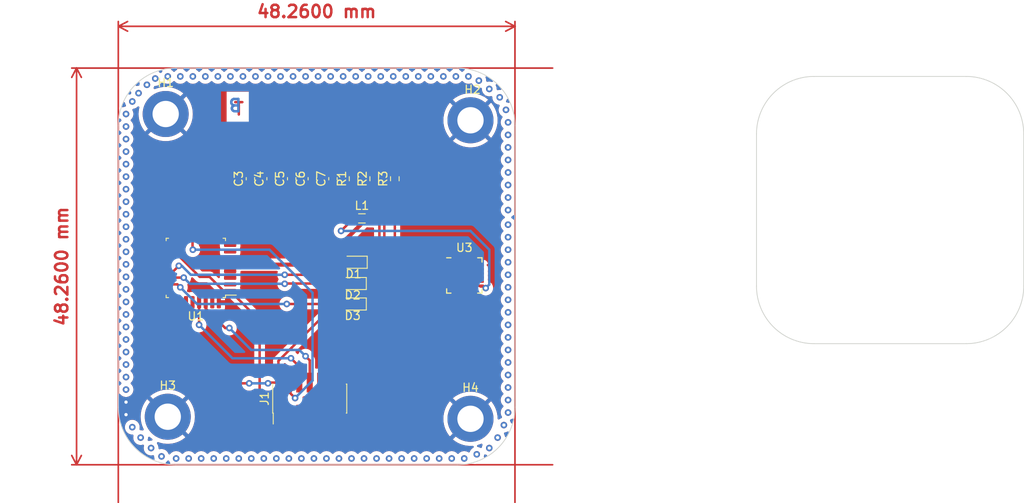
<source format=kicad_pcb>
(kicad_pcb (version 20221018) (generator pcbnew)
  (layers (0 "F.Cu" signal) (31 "B.Cu" signal) (34 "B.Paste" user) (35 "F.Paste" user) (36 "B.SilkS" user "B.Silkscreen") (37 "F.SilkS" user "F.Silkscreen") (38 "B.Mask" user) (39 "F.Mask" user) (44 "Edge.Cuts" user))
  (net 0 "")
  (net 1 "+3.3V")
  (net 2 "GND")
  (net 3 "+3.3VA")
  (net 4 "Net-(D1-K)")
  (net 5 "LED_PWR")
  (net 6 "Net-(D2-K)")
  (net 7 "LED_USER1")
  (net 8 "Net-(D3-K)")
  (net 9 "LED_USER2")
  (net 11 "SDA")
  (net 12 "SCL")
  (net 13 "BOUTON_USR")
  (net 14 "BOUTON_RESET")
  (footprint "Resistor_SMD:R_0603_1608Metric_Pad0.98x0.95mm_HandSolder" (layer "F.Cu") (at 183.642 69.342 90)
    (fp_text reference "R1" (at 0 -1.43 90) (layer "F.SilkS"))
    (fp_text value "1k")
    (fp_line (start -0.254724 -0.5225) (end 0.254724 -0.5225) (stroke (width 0.12)) (layer "F.SilkS"))
    (fp_line (start -0.254724 0.5225) (end 0.254724 0.5225) (stroke (width 0.12)) (layer "F.SilkS"))
    (pad "1" smd roundrect (at -0.9125 0 90) (size 0.975 0.95) (layers "F.Cu" "F.Paste" "F.Mask") (net 4 "Net-(D1-K)"))
    (pad "2" smd roundrect (at 0.9125 0 90) (size 0.975 0.95) (layers "F.Cu" "F.Paste" "F.Mask") (net 2 "GND"))
  )
  (footprint "Sensor_Motion:InvenSense_QFN-24_4x4mm_P0.5mm" (layer "F.Cu") (at 197.116 81.108)
    (fp_text reference "U3" (at 0 -3.375) (layer "F.SilkS"))
    (fp_text value "MPU-6050")
    (fp_line (start -2.15 -2.15) (end -1.625 -2.15) (stroke (width 0.15)) (layer "F.SilkS"))
    (fp_line (start -2.15 2.15) (end -2.15 1.625) (stroke (width 0.15)) (layer "F.SilkS"))
    (fp_line (start -2.15 2.15) (end -1.625 2.15) (stroke (width 0.15)) (layer "F.SilkS"))
    (fp_line (start 2.15 -2.15) (end 1.625 -2.15) (stroke (width 0.15)) (layer "F.SilkS"))
    (fp_line (start 2.15 -2.15) (end 2.15 -1.625) (stroke (width 0.15)) (layer "F.SilkS"))
    (fp_line (start 2.15 2.15) (end 1.625 2.15) (stroke (width 0.15)) (layer "F.SilkS"))
    (fp_line (start 2.15 2.15) (end 2.15 1.625) (stroke (width 0.15)) (layer "F.SilkS"))
    (pad "1" smd roundrect (at -1.95 -1.25) (size 0.85 0.3) (layers "F.Cu" "F.Paste" "F.Mask"))
    (pad "2" smd roundrect (at -1.95 -0.75) (size 0.85 0.3) (layers "F.Cu" "F.Paste" "F.Mask"))
    (pad "3" smd roundrect (at -1.95 -0.25) (size 0.85 0.3) (layers "F.Cu" "F.Paste" "F.Mask"))
    (pad "4" smd roundrect (at -1.95 0.25) (size 0.85 0.3) (layers "F.Cu" "F.Paste" "F.Mask"))
    (pad "5" smd roundrect (at -1.95 0.75) (size 0.85 0.3) (layers "F.Cu" "F.Paste" "F.Mask"))
    (pad "6" smd roundrect (at -1.95 1.25) (size 0.85 0.3) (layers "F.Cu" "F.Paste" "F.Mask"))
    (pad "7" smd roundrect (at -1.25 1.95 90) (size 0.85 0.3) (layers "F.Cu" "F.Paste" "F.Mask"))
    (pad "8" smd roundrect (at -0.75 1.95 90) (size 0.85 0.3) (layers "F.Cu" "F.Paste" "F.Mask"))
    (pad "9" smd roundrect (at -0.25 1.95 90) (size 0.85 0.3) (layers "F.Cu" "F.Paste" "F.Mask"))
    (pad "10" smd roundrect (at 0.25 1.95 90) (size 0.85 0.3) (layers "F.Cu" "F.Paste" "F.Mask"))
    (pad "11" smd roundrect (at 0.75 1.95 90) (size 0.85 0.3) (layers "F.Cu" "F.Paste" "F.Mask"))
    (pad "12" smd roundrect (at 1.25 1.95 90) (size 0.85 0.3) (layers "F.Cu" "F.Paste" "F.Mask"))
    (pad "13" smd roundrect (at 1.95 1.25) (size 0.85 0.3) (layers "F.Cu" "F.Paste" "F.Mask") (net 1 "+3.3V"))
    (pad "14" smd roundrect (at 1.95 0.75) (size 0.85 0.3) (layers "F.Cu" "F.Paste" "F.Mask"))
    (pad "15" smd roundrect (at 1.95 0.25) (size 0.85 0.3) (layers "F.Cu" "F.Paste" "F.Mask"))
    (pad "16" smd roundrect (at 1.95 -0.25) (size 0.85 0.3) (layers "F.Cu" "F.Paste" "F.Mask"))
    (pad "17" smd roundrect (at 1.95 -0.75) (size 0.85 0.3) (layers "F.Cu" "F.Paste" "F.Mask"))
    (pad "18" smd roundrect (at 1.95 -1.25) (size 0.85 0.3) (layers "F.Cu" "F.Paste" "F.Mask") (net 2 "GND"))
    (pad "19" smd roundrect (at 1.25 -1.95 90) (size 0.85 0.3) (layers "F.Cu" "F.Paste" "F.Mask"))
    (pad "20" smd roundrect (at 0.75 -1.95 90) (size 0.85 0.3) (layers "F.Cu" "F.Paste" "F.Mask"))
    (pad "21" smd roundrect (at 0.25 -1.95 90) (size 0.85 0.3) (layers "F.Cu" "F.Paste" "F.Mask"))
    (pad "22" smd roundrect (at -0.25 -1.95 90) (size 0.85 0.3) (layers "F.Cu" "F.Paste" "F.Mask"))
    (pad "23" smd roundrect (at -0.75 -1.95 90) (size 0.85 0.3) (layers "F.Cu" "F.Paste" "F.Mask") (net 12 "SCL"))
    (pad "24" smd roundrect (at -1.25 -1.95 90) (size 0.85 0.3) (layers "F.Cu" "F.Paste" "F.Mask") (net 11 "SDA"))
    (zone (net 0) (net_name "") (layer "F.Cu") (connect_pads (clearance 0)) (min_thickness 0.254)
      (keepout (tracks not_allowed) (vias not_allowed) (pads not_allowed) (copperpour not_allowed) (footprints allowed))
      (fill (thermal_gap 0.508) (thermal_bridge_width 0.508))
      (polygon (pts (xy 195.741 79.783) (xy 198.491 79.783) (xy 198.491 82.433) (xy 195.741 82.433)))
    )
  )
  (footprint "MountingHole:MountingHole_3.2mm_M3_DIN965_Pad" (layer "F.Cu") (at 160.782 61.468)
    (fp_text reference "H1" (at 0 -3.8) (layer "F.SilkS"))
    (fp_text value "MountingHole_Pad")
    (pad "1" thru_hole circle (at 0 0) (size 5.6 5.6) (drill 3.2) (layers "*.Cu" "*.Mask") (net 2 "GND"))
  )
  (footprint "Resistor_SMD:R_0603_1608Metric_Pad0.98x0.95mm_HandSolder" (layer "F.Cu") (at 186.152 69.342 90)
    (fp_text reference "R2" (at 0 -1.43 90) (layer "F.SilkS"))
    (fp_text value "1k")
    (fp_line (start -0.254724 -0.5225) (end 0.254724 -0.5225) (stroke (width 0.12)) (layer "F.SilkS"))
    (fp_line (start -0.254724 0.5225) (end 0.254724 0.5225) (stroke (width 0.12)) (layer "F.SilkS"))
    (pad "1" smd roundrect (at -0.9125 0 90) (size 0.975 0.95) (layers "F.Cu" "F.Paste" "F.Mask") (net 6 "Net-(D2-K)"))
    (pad "2" smd roundrect (at 0.9125 0 90) (size 0.975 0.95) (layers "F.Cu" "F.Paste" "F.Mask") (net 2 "GND"))
  )
  (footprint "Capacitor_SMD:C_0603_1608Metric_Pad1.08x0.95mm_HandSolder" (layer "F.Cu") (at 178.622 69.342 90)
    (fp_text reference "C6" (at 0 -1.43 90) (layer "F.SilkS"))
    (fp_text value "1u")
    (fp_line (start -0.146267 -0.51) (end 0.146267 -0.51) (stroke (width 0.12)) (layer "F.SilkS"))
    (fp_line (start -0.146267 0.51) (end 0.146267 0.51) (stroke (width 0.12)) (layer "F.SilkS"))
    (pad "1" smd roundrect (at -0.8625 0 90) (size 1.075 0.95) (layers "F.Cu" "F.Paste" "F.Mask") (net 3 "+3.3VA"))
    (pad "2" smd roundrect (at 0.8625 0 90) (size 1.075 0.95) (layers "F.Cu" "F.Paste" "F.Mask") (net 2 "GND"))
  )
  (footprint "Package_QFP:LQFP-32_7x7mm_P0.8mm" (layer "F.Cu") (at 164.449 80.194 180)
    (fp_text reference "U1" (at 0 -5.88) (layer "F.SilkS"))
    (fp_text value "STM32L412KBTx")
    (fp_line (start -3.61 -3.61) (end -3.61 -3.31) (stroke (width 0.12)) (layer "F.SilkS"))
    (fp_line (start -3.61 -3.31) (end -4.925 -3.31) (stroke (width 0.12)) (layer "F.SilkS"))
    (fp_line (start -3.61 3.61) (end -3.61 3.31) (stroke (width 0.12)) (layer "F.SilkS"))
    (fp_line (start -3.31 -3.61) (end -3.61 -3.61) (stroke (width 0.12)) (layer "F.SilkS"))
    (fp_line (start -3.31 3.61) (end -3.61 3.61) (stroke (width 0.12)) (layer "F.SilkS"))
    (fp_line (start 3.31 -3.61) (end 3.61 -3.61) (stroke (width 0.12)) (layer "F.SilkS"))
    (fp_line (start 3.31 3.61) (end 3.61 3.61) (stroke (width 0.12)) (layer "F.SilkS"))
    (fp_line (start 3.61 -3.61) (end 3.61 -3.31) (stroke (width 0.12)) (layer "F.SilkS"))
    (fp_line (start 3.61 3.61) (end 3.61 3.31) (stroke (width 0.12)) (layer "F.SilkS"))
    (pad "1" smd roundrect (at -4.175 -2.8 180) (size 1.5 0.5) (layers "F.Cu" "F.Paste" "F.Mask") (net 1 "+3.3V"))
    (pad "2" smd roundrect (at -4.175 -2 180) (size 1.5 0.5) (layers "F.Cu" "F.Paste" "F.Mask"))
    (pad "3" smd roundrect (at -4.175 -1.2 180) (size 1.5 0.5) (layers "F.Cu" "F.Paste" "F.Mask"))
    (pad "4" smd roundrect (at -4.175 -0.4 180) (size 1.5 0.5) (layers "F.Cu" "F.Paste" "F.Mask"))
    (pad "5" smd roundrect (at -4.175 0.4 180) (size 1.5 0.5) (layers "F.Cu" "F.Paste" "F.Mask") (net 3 "+3.3VA"))
    (pad "6" smd roundrect (at -4.175 1.2 180) (size 1.5 0.5) (layers "F.Cu" "F.Paste" "F.Mask"))
    (pad "7" smd roundrect (at -4.175 2 180) (size 1.5 0.5) (layers "F.Cu" "F.Paste" "F.Mask"))
    (pad "8" smd roundrect (at -4.175 2.8 180) (size 1.5 0.5) (layers "F.Cu" "F.Paste" "F.Mask"))
    (pad "9" smd roundrect (at -2.8 4.175 180) (size 0.5 1.5) (layers "F.Cu" "F.Paste" "F.Mask"))
    (pad "10" smd roundrect (at -2 4.175 180) (size 0.5 1.5) (layers "F.Cu" "F.Paste" "F.Mask"))
    (pad "11" smd roundrect (at -1.2 4.175 180) (size 0.5 1.5) (layers "F.Cu" "F.Paste" "F.Mask"))
    (pad "12" smd roundrect (at -0.4 4.175 180) (size 0.5 1.5) (layers "F.Cu" "F.Paste" "F.Mask"))
    (pad "13" smd roundrect (at 0.4 4.175 180) (size 0.5 1.5) (layers "F.Cu" "F.Paste" "F.Mask") (net 12 "SCL"))
    (pad "14" smd roundrect (at 1.2 4.175 180) (size 0.5 1.5) (layers "F.Cu" "F.Paste" "F.Mask"))
    (pad "15" smd roundrect (at 2 4.175 180) (size 0.5 1.5) (layers "F.Cu" "F.Paste" "F.Mask"))
    (pad "16" smd roundrect (at 2.8 4.175 180) (size 0.5 1.5) (layers "F.Cu" "F.Paste" "F.Mask") (net 2 "GND"))
    (pad "17" smd roundrect (at 4.175 2.8 180) (size 1.5 0.5) (layers "F.Cu" "F.Paste" "F.Mask") (net 1 "+3.3V"))
    (pad "18" smd roundrect (at 4.175 2 180) (size 1.5 0.5) (layers "F.Cu" "F.Paste" "F.Mask"))
    (pad "19" smd roundrect (at 4.175 1.2 180) (size 1.5 0.5) (layers "F.Cu" "F.Paste" "F.Mask"))
    (pad "20" smd roundrect (at 4.175 0.4 180) (size 1.5 0.5) (layers "F.Cu" "F.Paste" "F.Mask") (net 11 "SDA"))
    (pad "21" smd roundrect (at 4.175 -0.4 180) (size 1.5 0.5) (layers "F.Cu" "F.Paste" "F.Mask") (net 5 "LED_PWR"))
    (pad "22" smd roundrect (at 4.175 -1.2 180) (size 1.5 0.5) (layers "F.Cu" "F.Paste" "F.Mask") (net 7 "LED_USER1"))
    (pad "23" smd roundrect (at 4.175 -2 180) (size 1.5 0.5) (layers "F.Cu" "F.Paste" "F.Mask") (net 9 "LED_USER2"))
    (pad "24" smd roundrect (at 4.175 -2.8 180) (size 1.5 0.5) (layers "F.Cu" "F.Paste" "F.Mask"))
    (pad "25" smd roundrect (at 2.8 -4.175 180) (size 0.5 1.5) (layers "F.Cu" "F.Paste" "F.Mask"))
    (pad "26" smd roundrect (at 2 -4.175 180) (size 0.5 1.5) (layers "F.Cu" "F.Paste" "F.Mask"))
    (pad "27" smd roundrect (at 1.2 -4.175 180) (size 0.5 1.5) (layers "F.Cu" "F.Paste" "F.Mask"))
    (pad "28" smd roundrect (at 0.4 -4.175 180) (size 0.5 1.5) (layers "F.Cu" "F.Paste" "F.Mask"))
    (pad "29" smd roundrect (at -0.4 -4.175 180) (size 0.5 1.5) (layers "F.Cu" "F.Paste" "F.Mask") (net 13 "BOUTON_USR"))
    (pad "30" smd roundrect (at -1.2 -4.175 180) (size 0.5 1.5) (layers "F.Cu" "F.Paste" "F.Mask") (net 14 "BOUTON_RESET"))
    (pad "31" smd roundrect (at -2 -4.175 180) (size 0.5 1.5) (layers "F.Cu" "F.Paste" "F.Mask"))
    (pad "32" smd roundrect (at -2.8 -4.175 180) (size 0.5 1.5) (layers "F.Cu" "F.Paste" "F.Mask") (net 2 "GND"))
  )
  (footprint "LED_SMD:LED_0603_1608Metric_Pad1.05x0.95mm_HandSolder" (layer "F.Cu") (at 183.529 84.582 180)
    (fp_text reference "D3" (at 0 -1.43) (layer "F.SilkS"))
    (fp_text value "LED_Small")
    (fp_line (start -1.66 -0.735) (end -1.66 0.735) (stroke (width 0.12)) (layer "F.SilkS"))
    (fp_line (start -1.66 0.735) (end 0.8 0.735) (stroke (width 0.12)) (layer "F.SilkS"))
    (fp_line (start 0.8 -0.735) (end -1.66 -0.735) (stroke (width 0.12)) (layer "F.SilkS"))
    (pad "1" smd roundrect (at -0.875 0 180) (size 1.05 0.95) (layers "F.Cu" "F.Paste" "F.Mask") (net 8 "Net-(D3-K)"))
    (pad "2" smd roundrect (at 0.875 0 180) (size 1.05 0.95) (layers "F.Cu" "F.Paste" "F.Mask") (net 9 "LED_USER2"))
  )
  (footprint "Resistor_SMD:R_0603_1608Metric_Pad0.98x0.95mm_HandSolder" (layer "F.Cu") (at 188.662 69.342 90)
    (fp_text reference "R3" (at 0 -1.43 90) (layer "F.SilkS"))
    (fp_text value "1k")
    (fp_line (start -0.254724 -0.5225) (end 0.254724 -0.5225) (stroke (width 0.12)) (layer "F.SilkS"))
    (fp_line (start -0.254724 0.5225) (end 0.254724 0.5225) (stroke (width 0.12)) (layer "F.SilkS"))
    (pad "1" smd roundrect (at -0.9125 0 90) (size 0.975 0.95) (layers "F.Cu" "F.Paste" "F.Mask") (net 8 "Net-(D3-K)"))
    (pad "2" smd roundrect (at 0.9125 0 90) (size 0.975 0.95) (layers "F.Cu" "F.Paste" "F.Mask") (net 2 "GND"))
  )
  (footprint "LED_SMD:LED_0603_1608Metric_Pad1.05x0.95mm_HandSolder" (layer "F.Cu") (at 183.529 82.092 180)
    (fp_text reference "D2" (at 0 -1.43) (layer "F.SilkS"))
    (fp_text value "LED_Small")
    (fp_line (start -1.66 -0.735) (end -1.66 0.735) (stroke (width 0.12)) (layer "F.SilkS"))
    (fp_line (start -1.66 0.735) (end 0.8 0.735) (stroke (width 0.12)) (layer "F.SilkS"))
    (fp_line (start 0.8 -0.735) (end -1.66 -0.735) (stroke (width 0.12)) (layer "F.SilkS"))
    (pad "1" smd roundrect (at -0.875 0 180) (size 1.05 0.95) (layers "F.Cu" "F.Paste" "F.Mask") (net 6 "Net-(D2-K)"))
    (pad "2" smd roundrect (at 0.875 0 180) (size 1.05 0.95) (layers "F.Cu" "F.Paste" "F.Mask") (net 7 "LED_USER1"))
  )
  (footprint "Capacitor_SMD:C_0603_1608Metric_Pad1.08x0.95mm_HandSolder" (layer "F.Cu") (at 181.132 69.342 90)
    (fp_text reference "C7" (at 0 -1.43 90) (layer "F.SilkS"))
    (fp_text value "10n")
    (fp_line (start -0.146267 -0.51) (end 0.146267 -0.51) (stroke (width 0.12)) (layer "F.SilkS"))
    (fp_line (start -0.146267 0.51) (end 0.146267 0.51) (stroke (width 0.12)) (layer "F.SilkS"))
    (pad "1" smd roundrect (at -0.8625 0 90) (size 1.075 0.95) (layers "F.Cu" "F.Paste" "F.Mask") (net 3 "+3.3VA"))
    (pad "2" smd roundrect (at 0.8625 0 90) (size 1.075 0.95) (layers "F.Cu" "F.Paste" "F.Mask") (net 2 "GND"))
  )
  (footprint "MountingHole:MountingHole_3.2mm_M3_DIN965_Pad" (layer "F.Cu") (at 161.036 98.298)
    (fp_text reference "H3" (at 0 -3.8) (layer "F.SilkS"))
    (fp_text value "MountingHole_Pad")
    (pad "1" thru_hole circle (at 0 0) (size 5.6 5.6) (drill 3.2) (layers "*.Cu" "*.Mask") (net 2 "GND"))
  )
  (footprint "Capacitor_SMD:C_0603_1608Metric_Pad1.08x0.95mm_HandSolder" (layer "F.Cu") (at 171.092 69.342 90)
    (fp_text reference "C3" (at 0 -1.43 90) (layer "F.SilkS"))
    (fp_text value "4u7")
    (fp_line (start -0.146267 -0.51) (end 0.146267 -0.51) (stroke (width 0.12)) (layer "F.SilkS"))
    (fp_line (start -0.146267 0.51) (end 0.146267 0.51) (stroke (width 0.12)) (layer "F.SilkS"))
    (pad "1" smd roundrect (at -0.8625 0 90) (size 1.075 0.95) (layers "F.Cu" "F.Paste" "F.Mask") (net 1 "+3.3V"))
    (pad "2" smd roundrect (at 0.8625 0 90) (size 1.075 0.95) (layers "F.Cu" "F.Paste" "F.Mask") (net 2 "GND"))
  )
  (footprint "LED_SMD:LED_0603_1608Metric_Pad1.05x0.95mm_HandSolder" (layer "F.Cu") (at 183.642 79.502 180)
    (fp_text reference "D1" (at 0 -1.43) (layer "F.SilkS"))
    (fp_text value "LED_Small")
    (fp_line (start -1.66 -0.735) (end -1.66 0.735) (stroke (width 0.12)) (layer "F.SilkS"))
    (fp_line (start -1.66 0.735) (end 0.8 0.735) (stroke (width 0.12)) (layer "F.SilkS"))
    (fp_line (start 0.8 -0.735) (end -1.66 -0.735) (stroke (width 0.12)) (layer "F.SilkS"))
    (pad "1" smd roundrect (at -0.875 0 180) (size 1.05 0.95) (layers "F.Cu" "F.Paste" "F.Mask") (net 4 "Net-(D1-K)"))
    (pad "2" smd roundrect (at 0.875 0 180) (size 1.05 0.95) (layers "F.Cu" "F.Paste" "F.Mask") (net 5 "LED_PWR"))
  )
  (footprint "Inductor_SMD:L_0805_2012Metric_Pad1.05x1.20mm_HandSolder" (layer "F.Cu") (at 184.658 74.168)
    (fp_text reference "L1" (at 0 -1.55) (layer "F.SilkS"))
    (fp_text value "39n")
    (fp_line (start -0.410242 -0.56) (end 0.410242 -0.56) (stroke (width 0.12)) (layer "F.SilkS"))
    (fp_line (start -0.410242 0.56) (end 0.410242 0.56) (stroke (width 0.12)) (layer "F.SilkS"))
    (pad "1" smd roundrect (at -1.15 0) (size 1.05 1.2) (layers "F.Cu" "F.Paste" "F.Mask") (roundrect_rratio 0.238095) (net 1 "+3.3V"))
    (pad "2" smd roundrect (at 1.15 0) (size 1.05 1.2) (layers "F.Cu" "F.Paste" "F.Mask") (roundrect_rratio 0.238095) (net 3 "+3.3VA"))
  )
  (footprint "MountingHole:MountingHole_3.2mm_M3_DIN965_Pad" (layer "F.Cu") (at 197.866 98.552)
    (fp_text reference "H4" (at 0 -3.8) (layer "F.SilkS"))
    (fp_text value "MountingHole_Pad")
    (pad "1" thru_hole circle (at 0 0) (size 5.6 5.6) (drill 3.2) (layers "*.Cu" "*.Mask") (net 2 "GND"))
  )
  (footprint "Capacitor_SMD:C_0603_1608Metric_Pad1.08x0.95mm_HandSolder" (layer "F.Cu") (at 173.602 69.342 90)
    (fp_text reference "C4" (at 0 -1.43 90) (layer "F.SilkS"))
    (fp_text value "100n")
    (fp_line (start -0.146267 -0.51) (end 0.146267 -0.51) (stroke (width 0.12)) (layer "F.SilkS"))
    (fp_line (start -0.146267 0.51) (end 0.146267 0.51) (stroke (width 0.12)) (layer "F.SilkS"))
    (pad "1" smd roundrect (at -0.8625 0 90) (size 1.075 0.95) (layers "F.Cu" "F.Paste" "F.Mask") (net 1 "+3.3V"))
    (pad "2" smd roundrect (at 0.8625 0 90) (size 1.075 0.95) (layers "F.Cu" "F.Paste" "F.Mask") (net 2 "GND"))
  )
  (footprint "Connector_PinHeader_1.27mm:PinHeader_2x07_P1.27mm_Vertical_SMD" (layer "F.Cu") (at 178.308 96.094 90)
    (fp_text reference "J1" (at 0 -5.505 90) (layer "F.SilkS"))
    (fp_text value "Conn_02x07_Odd_Even")
    (fp_line (start -3.09 -4.44) (end -1.765 -4.44) (stroke (width 0.12)) (layer "F.SilkS"))
    (fp_line (start -1.765 -4.505) (end -1.765 -4.44) (stroke (width 0.12)) (layer "F.SilkS"))
    (fp_line (start -1.765 -4.505) (end 1.765 -4.505) (stroke (width 0.12)) (layer "F.SilkS"))
    (fp_line (start -1.765 4.44) (end -1.765 4.505) (stroke (width 0.12)) (layer "F.SilkS"))
    (fp_line (start -1.765 4.505) (end 1.765 4.505) (stroke (width 0.12)) (layer "F.SilkS"))
    (fp_line (start 1.765 -4.505) (end 1.765 -4.44) (stroke (width 0.12)) (layer "F.SilkS"))
    (fp_line (start 1.765 4.44) (end 1.765 4.505) (stroke (width 0.12)) (layer "F.SilkS"))
    (pad "1" smd rect (at -1.95 -3.81 90) (size 2.4 0.74) (layers "F.Cu" "F.Paste" "F.Mask"))
    (pad "2" smd rect (at 1.95 -3.81 90) (size 2.4 0.74) (layers "F.Cu" "F.Paste" "F.Mask") (net 11 "SDA"))
    (pad "3" smd rect (at -1.95 -2.54 90) (size 2.4 0.74) (layers "F.Cu" "F.Paste" "F.Mask") (net 1 "+3.3V"))
    (pad "4" smd rect (at 1.95 -2.54 90) (size 2.4 0.74) (layers "F.Cu" "F.Paste" "F.Mask") (net 12 "SCL"))
    (pad "5" smd rect (at -1.95 -1.27 90) (size 2.4 0.74) (layers "F.Cu" "F.Paste" "F.Mask") (net 2 "GND"))
    (pad "6" smd rect (at 1.95 -1.27 90) (size 2.4 0.74) (layers "F.Cu" "F.Paste" "F.Mask") (net 13 "BOUTON_USR"))
    (pad "7" smd rect (at -1.95 0 90) (size 2.4 0.74) (layers "F.Cu" "F.Paste" "F.Mask") (net 2 "GND"))
    (pad "8" smd rect (at 1.95 0 90) (size 2.4 0.74) (layers "F.Cu" "F.Paste" "F.Mask") (net 14 "BOUTON_RESET"))
    (pad "9" smd rect (at -1.95 1.27 90) (size 2.4 0.74) (layers "F.Cu" "F.Paste" "F.Mask"))
    (pad "10" smd rect (at 1.95 1.27 90) (size 2.4 0.74) (layers "F.Cu" "F.Paste" "F.Mask"))
    (pad "11" smd rect (at -1.95 2.54 90) (size 2.4 0.74) (layers "F.Cu" "F.Paste" "F.Mask") (net 2 "GND"))
    (pad "12" smd rect (at 1.95 2.54 90) (size 2.4 0.74) (layers "F.Cu" "F.Paste" "F.Mask"))
    (pad "13" smd rect (at -1.95 3.81 90) (size 2.4 0.74) (layers "F.Cu" "F.Paste" "F.Mask"))
    (pad "14" smd rect (at 1.95 3.81 90) (size 2.4 0.74) (layers "F.Cu" "F.Paste" "F.Mask"))
  )
  (footprint "Capacitor_SMD:C_0603_1608Metric_Pad1.08x0.95mm_HandSolder" (layer "F.Cu") (at 176.112 69.342 90)
    (fp_text reference "C5" (at 0 -1.43 90) (layer "F.SilkS"))
    (fp_text value "100n")
    (fp_line (start -0.146267 -0.51) (end 0.146267 -0.51) (stroke (width 0.12)) (layer "F.SilkS"))
    (fp_line (start -0.146267 0.51) (end 0.146267 0.51) (stroke (width 0.12)) (layer "F.SilkS"))
    (pad "1" smd roundrect (at -0.8625 0 90) (size 1.075 0.95) (layers "F.Cu" "F.Paste" "F.Mask") (net 1 "+3.3V"))
    (pad "2" smd roundrect (at 0.8625 0 90) (size 1.075 0.95) (layers "F.Cu" "F.Paste" "F.Mask") (net 2 "GND"))
  )
  (footprint "MountingHole:MountingHole_3.2mm_M3_DIN965_Pad" (layer "F.Cu") (at 197.866 62.23)
    (fp_text reference "H2" (at 0.254 -3.724) (layer "F.SilkS"))
    (fp_text value "MountingHole_Pad")
    (pad "1" thru_hole circle (at 0 0) (size 5.6 5.6) (drill 3.2) (layers "*.Cu" "*.Mask") (net 2 "GND"))
  )
  (gr_arc (start 155.01725 62.88) (mid 157.067503 57.930253) (end 162.01725 55.88) (stroke (width 0.1)) (layer "Edge.Cuts"))
  (gr_line (start 196.27725 104.14) (end 162.01725 104.14) (stroke (width 0.1)) (layer "Edge.Cuts"))
  (gr_line (start 155.01725 97.14) (end 155.01725 62.88) (stroke (width 0.1)) (layer "Edge.Cuts"))
  (gr_line (start 239.664 56.896) (end 258.176 56.896) (stroke (width 0.1)) (layer "Edge.Cuts"))
  (gr_line (start 203.27725 62.88) (end 203.27725 97.14) (stroke (width 0.1)) (layer "Edge.Cuts"))
  (gr_arc (start 203.27725 97.14) (mid 201.226997 102.089747) (end 196.27725 104.14) (stroke (width 0.1)) (layer "Edge.Cuts"))
  (gr_arc (start 258.176 56.896) (mid 263.125747 58.946253) (end 265.176 63.896) (stroke (width 0.1)) (layer "Edge.Cuts"))
  (gr_arc (start 232.664 63.896) (mid 234.714253 58.946253) (end 239.664 56.896) (stroke (width 0.1)) (layer "Edge.Cuts"))
  (gr_line (start 258.176 89.408) (end 239.664 89.408) (stroke (width 0.1)) (layer "Edge.Cuts"))
  (gr_line (start 162.01725 55.88) (end 196.27725 55.88) (stroke (width 0.1)) (layer "Edge.Cuts"))
  (gr_line (start 265.176 63.896) (end 265.176 82.408) (stroke (width 0.1)) (layer "Edge.Cuts"))
  (gr_arc (start 239.664 89.408) (mid 234.714253 87.357747) (end 232.664 82.408) (stroke (width 0.1)) (layer "Edge.Cuts"))
  (gr_arc (start 196.27725 55.88) (mid 201.226997 57.930253) (end 203.27725 62.88) (stroke (width 0.1)) (layer "Edge.Cuts"))
  (gr_line (start 232.664 82.408) (end 232.664 63.896) (stroke (width 0.1)) (layer "Edge.Cuts"))
  (gr_arc (start 162.01725 104.14) (mid 157.067503 102.089747) (end 155.01725 97.14) (stroke (width 0.1)) (layer "Edge.Cuts"))
  (gr_arc (start 265.176 82.408) (mid 263.125747 87.357747) (end 258.176 89.408) (stroke (width 0.1)) (layer "Edge.Cuts"))
  (gr_text "T" (at 168.91 61.722) (layer "F.Cu") (effects (font (size 1.5 1.5) (thickness 0.3) bold) (justify left bottom)))
  (gr_text "B" (at 170.18 59.436 180) (layer "B.Cu") (effects (font (size 1.5 1.5) (thickness 0.3) bold) (justify left bottom)))
  (dimension (type aligned) (layer "F.Cu") (pts (xy 208.35725 55.88) (xy 208.35725 104.14)) (height 58.42) (gr_text "48.2600 mm" (at 148.13725 80.01 90) (layer "F.Cu") (effects (font (size 1.5 1.5) (thickness 0.3)))) (format (prefix "") (suffix "") (units 3) (units_format 1) (precision 4)) (style (thickness 0.2) (arrow_length 1.27) (text_position_mode 0) (extension_height 0.58642) (extension_offset 0.5) keep_text_aligned))
  (dimension (type aligned) (layer "F.Cu") (pts (xy 155.01725 109.22) (xy 203.27725 109.22)) (height -58.42) (gr_text "48.2600 mm" (at 179.14725 49) (layer "F.Cu") (effects (font (size 1.5 1.5) (thickness 0.3)))) (format (prefix "") (suffix "") (units 3) (units_format 1) (precision 4)) (style (thickness 0.2) (arrow_length 1.27) (text_position_mode 0) (extension_height 0.58642) (extension_offset 0.5) keep_text_aligned))
  (via (at 202.438 64.008) (size 0.8) (drill 0.4) (layers "F.Cu" "B.Cu") (net 0))
  (via (at 155.956 81.28) (size 0.8) (drill 0.4) (layers "F.Cu" "B.Cu") (net 0))
  (via (at 176.276 56.896) (size 0.8) (drill 0.4) (layers "F.Cu" "B.Cu") (net 0))
  (via (at 155.956 90.424) (size 0.8) (drill 0.4) (layers "F.Cu" "B.Cu") (net 0))
  (via (at 155.956 76.708) (size 0.8) (drill 0.4) (layers "F.Cu" "B.Cu") (net 0))
  (via (at 155.956 78.232) (size 0.8) (drill 0.4) (layers "F.Cu" "B.Cu") (net 0))
  (via (at 196.088 56.896) (size 0.8) (drill 0.4) (layers "F.Cu" "B.Cu") (net 0))
  (via (at 155.956 73.66) (size 0.8) (drill 0.4) (layers "F.Cu" "B.Cu") (net 0))
  (via (at 182.372 56.896) (size 0.8) (drill 0.4) (layers "F.Cu" "B.Cu") (net 0))
  (via (at 158.496 57.912) (size 0.8) (drill 0.4) (layers "F.Cu" "B.Cu") (net 0))
  (via (at 155.956 66.04) (size 0.8) (drill 0.4) (layers "F.Cu" "B.Cu") (net 0))
  (via (at 156.718 59.944) (size 0.8) (drill 0.4) (layers "F.Cu" "B.Cu") (net 0))
  (via (at 186.944 56.896) (size 0.8) (drill 0.4) (layers "F.Cu" "B.Cu") (net 0))
  (via (at 198.628 102.87) (size 0.8) (drill 0.4) (layers "F.Cu" "B.Cu") (net 0))
  (via (at 202.438 81.026) (size 0.8) (drill 0.4) (layers "F.Cu" "B.Cu") (net 0))
  (via (at 155.956 82.804) (size 0.8) (drill 0.4) (layers "F.Cu" "B.Cu") (net 0))
  (via (at 155.956 69.088) (size 0.8) (drill 0.4) (layers "F.Cu" "B.Cu") (net 0))
  (via (at 202.438 76.454) (size 0.8) (drill 0.4) (layers "F.Cu" "B.Cu") (net 0))
  (via (at 183.896 56.896) (size 0.8) (drill 0.4) (layers "F.Cu" "B.Cu") (net 0))
  (via (at 155.956 70.612) (size 0.8) (drill 0.4) (layers "F.Cu" "B.Cu") (net 0))
  (via (at 180.848 56.896) (size 0.8) (drill 0.4) (layers "F.Cu" "B.Cu") (net 0))
  (via (at 163.576 103.378) (size 0.8) (drill 0.4) (layers "F.Cu" "B.Cu") (net 0))
  (via (at 201.93 99.314) (size 0.8) (drill 0.4) (layers "F.Cu" "B.Cu") (net 0))
  (via (at 174.244 103.378) (size 0.8) (drill 0.4) (layers "F.Cu" "B.Cu") (net 0))
  (via (at 173.228 56.896) (size 0.8) (drill 0.4) (layers "F.Cu" "B.Cu") (net 0))
  (via (at 183.388 103.378) (size 0.8) (drill 0.4) (layers "F.Cu" "B.Cu") (net 0))
  (via (at 194.564 56.896) (size 0.8) (drill 0.4) (layers "F.Cu" "B.Cu") (net 0))
  (via (at 155.956 84.328) (size 0.8) (drill 0.4) (layers "F.Cu" "B.Cu") (net 0))
  (via (at 202.438 90.17) (size 0.8) (drill 0.4) (layers "F.Cu" "B.Cu") (net 0))
  (via (at 202.438 65.532) (size 0.8) (drill 0.4) (layers "F.Cu" "B.Cu") (net 0))
  (via (at 202.438 71.628) (size 0.8) (drill 0.4) (layers "F.Cu" "B.Cu") (net 0))
  (via (at 192.532 103.378) (size 0.8) (drill 0.4) (layers "F.Cu" "B.Cu") (net 0))
  (via (at 162.052 103.378) (size 0.8) (drill 0.4) (layers "F.Cu" "B.Cu") (net 0))
  (via (at 155.956 61.468) (size 0.8) (drill 0.4) (layers "F.Cu" "B.Cu") (net 0))
  (via (at 202.438 62.484) (size 0.8) (drill 0.4) (layers "F.Cu" "B.Cu") (net 0))
  (via (at 164.084 56.896) (size 0.8) (drill 0.4) (layers "F.Cu" "B.Cu") (net 0))
  (via (at 202.438 67.056) (size 0.8) (drill 0.4) (layers "F.Cu" "B.Cu") (net 0))
  (via (at 187.96 103.378) (size 0.8) (drill 0.4) (layers "F.Cu" "B.Cu") (net 0))
  (via (at 155.956 72.136) (size 0.8) (drill 0.4) (layers "F.Cu" "B.Cu") (net 0))
  (via (at 202.438 82.55) (size 0.8) (drill 0.4) (layers "F.Cu" "B.Cu") (net 0))
  (via (at 161.036 56.896) (size 0.8) (drill 0.4) (layers "F.Cu" "B.Cu") (net 0))
  (via (at 202.438 84.074) (size 0.8) (drill 0.4) (layers "F.Cu" "B.Cu") (net 0))
  (via (at 188.468 56.896) (size 0.8) (drill 0.4) (layers "F.Cu" "B.Cu") (net 0))
  (via (at 155.956 64.516) (size 0.8) (drill 0.4) (layers "F.Cu" "B.Cu") (net 0))
  (via (at 166.624 103.378) (size 0.8) (drill 0.4) (layers "F.Cu" "B.Cu") (net 0))
  (via (at 160.274 103.124) (size 0.8) (drill 0.4) (layers "F.Cu" "B.Cu") (net 0))
  (via (at 191.008 103.378) (size 0.8) (drill 0.4) (layers "F.Cu" "B.Cu") (net 0))
  (via (at 165.1 103.378) (size 0.8) (drill 0.4) (layers "F.Cu" "B.Cu") (net 0))
  (via (at 177.8 56.896) (size 0.8) (drill 0.4) (layers "F.Cu" "B.Cu") (net 0))
  (via (at 181.864 103.378) (size 0.8) (drill 0.4) (layers "F.Cu" "B.Cu") (net 0))
  (via (at 202.438 88.646) (size 0.8) (drill 0.4) (layers "F.Cu" "B.Cu") (net 0))
  (via (at 202.438 87.122) (size 0.8) (drill 0.4) (layers "F.Cu" "B.Cu") (net 0))
  (via (at 171.704 56.896) (size 0.8) (drill 0.4) (layers "F.Cu" "B.Cu") (net 0))
  (via (at 202.438 74.93) (size 0.8) (drill 0.4) (layers "F.Cu" "B.Cu") (net 0))
  (via (at 202.438 96.266) (size 0.8) (drill 0.4) (layers "F.Cu" "B.Cu") (net 0))
  (via (at 155.956 75.184) (size 0.8) (drill 0.4) (layers "F.Cu" "B.Cu") (net 0))
  (via (at 202.438 68.58) (size 0.8) (drill 0.4) (layers "F.Cu" "B.Cu") (net 0))
  (via (at 155.956 62.992) (size 0.8) (drill 0.4) (layers "F.Cu" "B.Cu") (net 0))
  (via (at 202.438 93.218) (size 0.8) (drill 0.4) (layers "F.Cu" "B.Cu") (net 0))
  (via (at 201.422 59.436) (size 0.8) (drill 0.4) (layers "F.Cu" "B.Cu") (net 0))
  (via (at 155.956 94.996) (size 0.8) (drill 0.4) (layers "F.Cu" "B.Cu") (net 0))
  (via (at 200.152 58.42) (size 0.8) (drill 0.4) (layers "F.Cu" "B.Cu") (net 0))
  (via (at 202.438 85.598) (size 0.8) (drill 0.4) (layers "F.Cu" "B.Cu") (net 0))
  (via (at 202.438 70.104) (size 0.8) (drill 0.4) (layers "F.Cu" "B.Cu") (net 0))
  (via (at 197.104 103.378) (size 0.8) (drill 0.4) (layers "F.Cu" "B.Cu") (net 0))
  (via (at 169.672 103.378) (size 0.8) (drill 0.4) (layers "F.Cu" "B.Cu") (net 0))
  (via (at 178.816 103.378) (size 0.8) (drill 0.4) (layers "F.Cu" "B.Cu") (net 0))
  (via (at 202.184 60.96) (size 0.8) (drill 0.4) (layers "F.Cu" "B.Cu") (net 0))
  (via (at 168.148 103.378) (size 0.8) (drill 0.4) (layers "F.Cu" "B.Cu") (net 0))
  (via (at 156.718 99.568) (size 0.8) (drill 0.4) (layers "F.Cu" "B.Cu") (net 0))
  (via (at 170.18 56.896) (size 0.8) (drill 0.4) (layers "F.Cu" "B.Cu") (net 0))
  (via (at 168.656 56.896) (size 0.8) (drill 0.4) (layers "F.Cu" "B.Cu") (net 0))
  (via (at 202.438 73.152) (size 0.8) (drill 0.4) (layers "F.Cu" "B.Cu") (net 0))
  (via (at 198.882 57.404) (size 0.8) (drill 0.4) (layers "F.Cu" "B.Cu") (net 0))
  (via (at 155.956 88.9) (size 0.8) (drill 0.4) (layers "F.Cu" "B.Cu") (net 0))
  (via (at 159.004 102.108) (size 0.8) (drill 0.4) (layers "F.Cu" "B.Cu") (net 0))
  (via (at 189.484 103.378) (size 0.8) (drill 0.4) (layers "F.Cu" "B.Cu") (net 0))
  (via (at 157.734 100.838) (size 0.8) (drill 0.4) (layers "F.Cu" "B.Cu") (net 0))
  (via (at 155.956 91.948) (size 0.8) (drill 0.4) (layers "F.Cu" "B.Cu") (net 0))
  (via (at 174.752 56.896) (size 0.8) (drill 0.4) (layers "F.Cu" "B.Cu") (net 0))
  (via (at 155.956 67.564) (size 0.8) (drill 0.4) (layers "F.Cu" "B.Cu") (net 0))
  (via (at 155.956 87.376) (size 0.8) (drill 0.4) (layers "F.Cu" "B.Cu") (net 0))
  (via (at 155.956 79.756) (size 0.8) (drill 0.4) (layers "F.Cu" "B.Cu") (net 0))
  (via (at 155.956 85.852) (size 0.8) (drill 0.4) (layers "F.Cu" "B.Cu") (net 0))
  (via (at 186.436 103.378) (size 0.8) (drill 0.4) (layers "F.Cu" "B.Cu") (net 0))
  (via (at 162.56 56.896) (size 0.8) (drill 0.4) (layers "F.Cu" "B.Cu") (net 0))
  (via (at 175.768 103.378) (size 0.8) (drill 0.4) (layers "F.Cu" "B.Cu") (net 0))
  (via (at 201.168 100.838) (size 0.8) (drill 0.4) (layers "F.Cu" "B.Cu") (net 0))
  (via (at 197.612 56.896) (size 0.8) (drill 0.4) (layers "F.Cu" "B.Cu") (net 0))
  (via (at 172.72 103.378) (size 0.8) (drill 0.4) (layers "F.Cu" "B.Cu") (net 0))
  (via (at 171.196 103.378) (size 0.8) (drill 0.4) (layers "F.Cu" "B.Cu") (net 0))
  (via (at 159.512 57.15) (size 0.8) (drill 0.4) (layers "F.Cu" "B.Cu") (net 0))
  (via (at 195.58 103.378) (size 0.8) (drill 0.4) (layers "F.Cu" "B.Cu") (net 0))
  (via (at 167.132 56.896) (size 0.8) (drill 0.4) (layers "F.Cu" "B.Cu") (net 0))
  (via (at 202.438 79.502) (size 0.8) (drill 0.4) (layers "F.Cu" "B.Cu") (net 0))
  (via (at 165.608 56.896) (size 0.8) (drill 0.4) (layers "F.Cu" "B.Cu") (net 0))
  (via (at 202.438 91.694) (size 0.8) (drill 0.4) (layers "F.Cu" "B.Cu") (net 0))
  (via (at 184.912 103.378) (size 0.8) (drill 0.4) (layers "F.Cu" "B.Cu") (net 0))
  (via (at 189.992 56.896) (size 0.8) (drill 0.4) (layers "F.Cu" "B.Cu") (net 0))
  (via (at 179.324 56.896) (size 0.8) (drill 0.4) (layers "F.Cu" "B.Cu") (net 0))
  (via (at 157.48 58.928) (size 0.8) (drill 0.4) (layers "F.Cu" "B.Cu") (net 0))
  (via (at 193.04 56.896) (size 0.8) (drill 0.4) (layers "F.Cu" "B.Cu") (net 0))
  (via (at 200.152 102.108) (size 0.8) (drill 0.4) (layers "F.Cu" "B.Cu") (net 0))
  (via (at 191.516 56.896) (size 0.8) (drill 0.4) (layers "F.Cu" "B.Cu") (net 0))
  (via (at 155.956 93.472) (size 0.8) (drill 0.4) (layers "F.Cu" "B.Cu") (net 0))
  (via (at 177.292 103.378) (size 0.8) (drill 0.4) (layers "F.Cu" "B.Cu") (net 0))
  (via (at 185.42 56.896) (size 0.8) (drill 0.4) (layers "F.Cu" "B.Cu") (net 0))
  (via (at 202.438 94.742) (size 0.8) (drill 0.4) (layers "F.Cu" "B.Cu") (net 0))
  (via (at 194.056 103.378) (size 0.8) (drill 0.4) (layers "F.Cu" "B.Cu") (net 0))
  (via (at 202.438 77.978) (size 0.8) (drill 0.4) (layers "F.Cu" "B.Cu") (net 0))
  (via (at 202.438 97.79) (size 0.8) (drill 0.4) (layers "F.Cu" "B.Cu") (net 0))
  (via (at 180.34 103.378) (size 0.8) (drill 0.4) (layers "F.Cu" "B.Cu") (net 0))
  (segment (start 173.602 70.2045) (end 176.112 70.2045) (width 0.3) (layer "F.Cu") (net 1))
  (segment (start 175.768 99.568) (end 175.768 98.044) (width 0.3) (layer "F.Cu") (net 1))
  (segment (start 180.0755 74.168) (end 183.508 74.168) (width 0.3) (layer "F.Cu") (net 1))
  (segment (start 183.508 74.302) (end 182.118 75.692) (width 0.3) (layer "F.Cu") (net 1))
  (segment (start 160.274 77.394) (end 160.274 73.66) (width 0.3) (layer "F.Cu") (net 1))
  (segment (start 199.716499 82.646829) (end 199.52767 82.458) (width 0.3) (layer "F.Cu") (net 1))
  (segment (start 175.642 99.694) (end 175.768 99.568) (width 0.3) (layer "F.Cu") (net 1))
  (segment (start 199.52767 82.458) (end 199.066 82.458) (width 0.3) (layer "F.Cu") (net 1))
  (segment (start 164.923173 81.28) (end 161.037173 77.394) (width 0.3) (layer "F.Cu") (net 1))
  (segment (start 171.092 70.2045) (end 173.602 70.2045) (width 0.3) (layer "F.Cu") (net 1))
  (segment (start 167.83 82.994) (end 166.116 81.28) (width 0.3) (layer "F.Cu") (net 1))
  (segment (start 163.7295 70.2045) (end 171.092 70.2045) (width 0.3) (layer "F.Cu") (net 1))
  (segment (start 168.624 82.994) (end 172.212 86.582) (width 0.3) (layer "F.Cu") (net 1))
  (segment (start 176.112 70.2045) (end 180.0755 74.168) (width 0.3) (layer "F.Cu") (net 1))
  (segment (start 168.624 82.994) (end 167.83 82.994) (width 0.3) (layer "F.Cu") (net 1))
  (segment (start 161.037173 77.394) (end 160.274 77.394) (width 0.3) (layer "F.Cu") (net 1))
  (segment (start 166.116 81.28) (end 164.923173 81.28) (width 0.3) (layer "F.Cu") (net 1))
  (segment (start 172.212 86.582) (end 172.212 98.228) (width 0.3) (layer "F.Cu") (net 1))
  (segment (start 183.508 74.168) (end 183.508 74.302) (width 0.3) (layer "F.Cu") (net 1))
  (segment (start 172.212 98.228) (end 173.678 99.694) (width 0.3) (layer "F.Cu") (net 1))
  (segment (start 160.274 73.66) (end 163.7295 70.2045) (width 0.3) (layer "F.Cu") (net 1))
  (segment (start 173.678 99.694) (end 175.642 99.694) (width 0.3) (layer "F.Cu") (net 1))
  (via (at 199.716499 82.646829) (size 0.8) (drill 0.4) (layers "F.Cu" "B.Cu") (net 1))
  (via (at 182.118 75.692) (size 0.8) (drill 0.4) (layers "F.Cu" "B.Cu") (net 1))
  (segment (start 182.118 75.692) (end 197.866 75.692) (width 0.3) (layer "B.Cu") (net 1))
  (segment (start 200.152 82.211328) (end 199.716499 82.646829) (width 0.3) (layer "B.Cu") (net 1))
  (segment (start 197.866 75.692) (end 200.152 77.978) (width 0.3) (layer "B.Cu") (net 1))
  (segment (start 200.152 77.978) (end 200.152 82.211328) (width 0.3) (layer "B.Cu") (net 1))
  (via (at 155.956 96.52) (size 0.8) (drill 0.4) (layers "F.Cu" "B.Cu") (net 2))
  (via (at 155.956 98.044) (size 0.8) (drill 0.4) (layers "F.Cu" "B.Cu") (net 2))
  (segment (start 185.264371 74.168) (end 185.808 74.168) (width 0.5) (layer "F.Cu") (net 3))
  (segment (start 178.622 70.2045) (end 181.132 70.2045) (width 0.5) (layer "F.Cu") (net 3))
  (segment (start 168.624 79.794) (end 179.638371 79.794) (width 0.5) (layer "F.Cu") (net 3))
  (segment (start 181.132 70.2045) (end 182.2195 71.292) (width 0.5) (layer "F.Cu") (net 3))
  (segment (start 182.932 71.292) (end 185.808 74.168) (width 0.5) (layer "F.Cu") (net 3))
  (segment (start 182.2195 71.292) (end 182.932 71.292) (width 0.5) (layer "F.Cu") (net 3))
  (segment (start 179.638371 79.794) (end 185.264371 74.168) (width 0.5) (layer "F.Cu") (net 3))
  (segment (start 186.783 73.3955) (end 186.783 77.236) (width 0.3) (layer "F.Cu") (net 4))
  (segment (start 186.783 77.236) (end 184.517 79.502) (width 0.3) (layer "F.Cu") (net 4))
  (segment (start 183.642 70.2545) (end 186.783 73.3955) (width 0.3) (layer "F.Cu") (net 4))
  (segment (start 181.243 81.026) (end 175.26 81.026) (width 0.3) (layer "F.Cu") (net 5))
  (segment (start 161.722001 80.594) (end 160.274 80.594) (width 0.3) (layer "F.Cu") (net 5))
  (segment (start 162.378899 79.937102) (end 161.722001 80.594) (width 0.3) (layer "F.Cu") (net 5))
  (segment (start 182.767 79.502) (end 181.243 81.026) (width 0.3) (layer "F.Cu") (net 5))
  (via (at 175.26 81.026) (size 0.8) (drill 0.4) (layers "F.Cu" "B.Cu") (net 5))
  (via (at 162.378899 79.937102) (size 0.8) (drill 0.4) (layers "F.Cu" "B.Cu") (net 5))
  (segment (start 163.83 81.026) (end 162.814 80.01) (width 0.3) (layer "B.Cu") (net 5))
  (segment (start 162.741102 79.937102) (end 162.378899 79.937102) (width 0.3) (layer "B.Cu") (net 5))
  (segment (start 175.26 81.026) (end 163.83 81.026) (width 0.3) (layer "B.Cu") (net 5))
  (segment (start 162.814 80.01) (end 162.741102 79.937102) (width 0.3) (layer "B.Cu") (net 5))
  (segment (start 186.152 70.2545) (end 187.383 71.4855) (width 0.3) (layer "F.Cu") (net 6))
  (segment (start 187.383 79.113) (end 184.404 82.092) (width 0.3) (layer "F.Cu") (net 6))
  (segment (start 187.383 71.4855) (end 187.383 79.113) (width 0.3) (layer "F.Cu") (net 6))
  (segment (start 160.295312 81.372688) (end 160.274 81.394) (width 0.3) (layer "F.Cu") (net 7))
  (segment (start 162.975312 81.372688) (end 160.295312 81.372688) (width 0.3) (layer "F.Cu") (net 7))
  (segment (start 182.654 82.092) (end 175.293503 82.092) (width 0.3) (layer "F.Cu") (net 7))
  (segment (start 175.293503 82.092) (end 175.26 82.125503) (width 0.3) (layer "F.Cu") (net 7))
  (via (at 162.975312 81.372688) (size 0.8) (drill 0.4) (layers "F.Cu" "B.Cu") (net 7))
  (via (at 175.26 82.125503) (size 0.8) (drill 0.4) (layers "F.Cu" "B.Cu") (net 7))
  (segment (start 175.26 82.125503) (end 163.728127 82.125503) (width 0.3) (layer "B.Cu") (net 7))
  (segment (start 163.728127 82.125503) (end 162.975312 81.372688) (width 0.3) (layer "B.Cu") (net 7))
  (segment (start 188.662 80.324) (end 184.404 84.582) (width 0.3) (layer "F.Cu") (net 8))
  (segment (start 188.662 70.2545) (end 188.662 80.324) (width 0.3) (layer "F.Cu") (net 8))
  (segment (start 182.654 84.582) (end 175.514 84.582) (width 0.3) (layer "F.Cu") (net 9))
  (segment (start 162.204 82.194) (end 160.274 82.194) (width 0.3) (layer "F.Cu") (net 9))
  (segment (start 162.56 82.55) (end 162.204 82.194) (width 0.3) (layer "F.Cu") (net 9))
  (via (at 175.514 84.582) (size 0.8) (drill 0.4) (layers "F.Cu" "B.Cu") (net 9))
  (via (at 162.56 82.55) (size 0.8) (drill 0.4) (layers "F.Cu" "B.Cu") (net 9))
  (segment (start 164.592 84.582) (end 162.56 82.55) (width 0.3) (layer "B.Cu") (net 9))
  (segment (start 175.514 84.582) (end 164.592 84.582) (width 0.3) (layer "B.Cu") (net 9))
  (segment (start 174.498 94.144) (end 173.318 94.144) (width 0.3) (layer "F.Cu") (net 11))
  (segment (start 159.074 83.357173) (end 159.074 80.230827) (width 0.3) (layer "F.Cu") (net 11))
  (segment (start 194.698538 79.158) (end 195.766 79.158) (width 0.3) (layer "F.Cu") (net 11))
  (segment (start 159.074 80.230827) (end 159.510827 79.794) (width 0.3) (layer "F.Cu") (net 11))
  (segment (start 188.349538 85.507) (end 194.698538 79.158) (width 0.3) (layer "F.Cu") (net 11))
  (segment (start 169.950827 94.234) (end 159.074 83.357173) (width 0.3) (layer "F.Cu") (net 11))
  (segment (start 174.498 94.144) (end 174.498 91.507918) (width 0.3) (layer "F.Cu") (net 11))
  (segment (start 180.498918 85.507) (end 188.349538 85.507) (width 0.3) (layer "F.Cu") (net 11))
  (segment (start 174.498 91.507918) (end 180.498918 85.507) (width 0.3) (layer "F.Cu") (net 11))
  (segment (start 159.510827 79.794) (end 160.274 79.794) (width 0.3) (layer "F.Cu") (net 11))
  (segment (start 170.942 94.234) (end 169.950827 94.234) (width 0.3) (layer "F.Cu") (net 11))
  (segment (start 173.318 94.144) (end 173.228 94.234) (width 0.3) (layer "F.Cu") (net 11))
  (via (at 170.942 94.234) (size 0.8) (drill 0.4) (layers "F.Cu" "B.Cu") (net 11))
  (via (at 173.228 94.234) (size 0.8) (drill 0.4) (layers "F.Cu" "B.Cu") (net 11))
  (segment (start 173.228 94.234) (end 170.942 94.234) (width 0.3) (layer "B.Cu") (net 11))
  (segment (start 175.768 95.270555) (end 175.768 94.144) (width 0.3) (layer "F.Cu") (net 12))
  (segment (start 176.526481 96.029036) (end 175.768 95.270555) (width 0.3) (layer "F.Cu") (net 12))
  (segment (start 164.049 76.019) (end 164.049 77.943) (width 0.3) (layer "F.Cu") (net 12))
  (segment (start 164.049 77.943) (end 164.084 77.978) (width 0.3) (layer "F.Cu") (net 12))
  (via (at 164.084 77.978) (size 0.8) (drill 0.4) (layers "F.Cu" "B.Cu") (net 12))
  (via (at 176.526481 96.029036) (size 0.8) (drill 0.4) (layers "F.Cu" "B.Cu") (net 12))
  (segment (start 174.464041 79.027959) (end 178.65 83.213918) (width 0.3) (layer "B.Cu") (net 12))
  (segment (start 176.53 96.012) (end 176.526481 96.015519) (width 0.3) (layer "B.Cu") (net 12))
  (segment (start 178.65 83.213918) (end 178.65 93.892) (width 0.3) (layer "B.Cu") (net 12))
  (segment (start 164.084 77.978) (end 173.414082 77.978) (width 0.3) (layer "B.Cu") (net 12))
  (segment (start 178.65 93.892) (end 176.53 96.012) (width 0.3) (layer "B.Cu") (net 12))
  (segment (start 173.414082 77.978) (end 174.464041 79.027959) (width 0.3) (layer "B.Cu") (net 12))
  (segment (start 176.526481 96.015519) (end 176.526481 96.029036) (width 0.3) (layer "B.Cu") (net 12))
  (segment (start 164.849 84.369) (end 164.849 87.119) (width 0.3) (layer "F.Cu") (net 13))
  (segment (start 164.849 87.119) (end 164.846 87.122) (width 0.3) (layer "F.Cu") (net 13))
  (segment (start 176.022 91.186) (end 177.038 92.202) (width 0.3) (layer "F.Cu") (net 13))
  (segment (start 177.038 92.202) (end 177.038 94.144) (width 0.3) (layer "F.Cu") (net 13))
  (via (at 176.022 91.186) (size 0.8) (drill 0.4) (layers "F.Cu" "B.Cu") (net 13))
  (via (at 164.846 87.122) (size 0.8) (drill 0.4) (layers "F.Cu" "B.Cu") (net 13))
  (segment (start 168.91 91.186) (end 176.022 91.186) (width 0.3) (layer "B.Cu") (net 13))
  (segment (start 164.846 87.122) (end 168.91 91.186) (width 0.3) (layer "B.Cu") (net 13))
  (segment (start 177.8 90.932) (end 178.308 91.44) (width 0.3) (layer "F.Cu") (net 14))
  (segment (start 178.308 91.44) (end 178.308 94.144) (width 0.3) (layer "F.Cu") (net 14))
  (segment (start 168.019827 87.503) (end 165.649 85.132173) (width 0.3) (layer "F.Cu") (net 14))
  (segment (start 168.529 87.503) (end 168.019827 87.503) (width 0.3) (layer "F.Cu") (net 14))
  (segment (start 165.649 85.132173) (end 165.649 84.369) (width 0.3) (layer "F.Cu") (net 14))
  (via (at 168.529 87.503) (size 0.8) (drill 0.4) (layers "F.Cu" "B.Cu") (net 14))
  (via (at 177.8 90.932) (size 0.8) (drill 0.4) (layers "F.Cu" "B.Cu") (net 14))
  (segment (start 168.529 87.503) (end 171.196 90.17) (width 0.3) (layer "B.Cu") (net 14))
  (segment (start 171.196 90.17) (end 177.038 90.17) (width 0.3) (layer "B.Cu") (net 14))
  (segment (start 177.038 90.17) (end 177.8 90.932) (width 0.3) (layer "B.Cu") (net 14))
  (zone (net 2) (net_name "GND") (layers "F&B.Cu") (connect_pads (clearance 0.5)) (min_thickness 0.25) (fill yes (thermal_gap 0.5) (thermal_bridge_width 0.5) (island_removal_mode 1) (island_area_min 10))
    (polygon (pts (xy 154.50925 55.372) (xy 204.03925 55.372) (xy 204.03925 104.648) (xy 154.50925 104.648)))
  )
)
</source>
